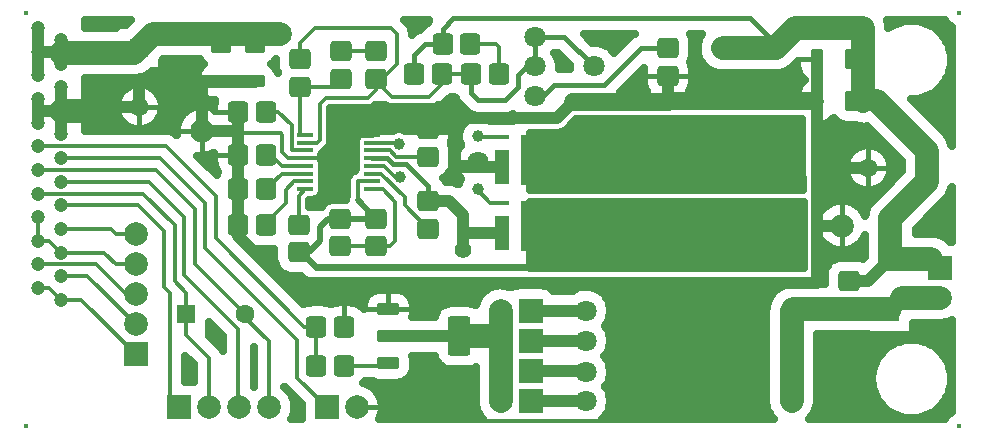
<source format=gbr>
G04 DipTrace 4.1.0.1*
G04 2 - Íèæíèé.gbr*
%MOMM*%
G04 #@! TF.FileFunction,Copper,L2,Bot*
G04 #@! TF.Part,Single*
%AMOUTLINE0*
4,1,28,
0.91,0.50068,
0.91,-0.50068,
0.89708,-0.59886,
0.85918,-0.69034,
0.7989,-0.7689,
0.72034,-0.82918,
0.62886,-0.86708,
0.53068,-0.88,
-0.53068,-0.88,
-0.62886,-0.86708,
-0.72034,-0.82918,
-0.7989,-0.7689,
-0.85918,-0.69034,
-0.89708,-0.59886,
-0.91,-0.50068,
-0.91,0.50068,
-0.89708,0.59886,
-0.85918,0.69034,
-0.7989,0.7689,
-0.72034,0.82918,
-0.62886,0.86708,
-0.53068,0.88,
0.53068,0.88,
0.62886,0.86708,
0.72034,0.82918,
0.7989,0.7689,
0.85918,0.69034,
0.89708,0.59886,
0.91,0.50068,
0*%
%AMOUTLINE1*
4,1,28,
-0.91,-0.50068,
-0.91,0.50068,
-0.89708,0.59886,
-0.85918,0.69034,
-0.7989,0.7689,
-0.72034,0.82918,
-0.62886,0.86708,
-0.53068,0.88,
0.53068,0.88,
0.62886,0.86708,
0.72034,0.82918,
0.7989,0.7689,
0.85918,0.69034,
0.89708,0.59886,
0.91,0.50068,
0.91,-0.50068,
0.89708,-0.59886,
0.85918,-0.69034,
0.7989,-0.7689,
0.72034,-0.82918,
0.62886,-0.86708,
0.53068,-0.88,
-0.53068,-0.88,
-0.62886,-0.86708,
-0.72034,-0.82918,
-0.7989,-0.7689,
-0.85918,-0.69034,
-0.89708,-0.59886,
-0.91,-0.50068,
0*%
%AMOUTLINE2*
4,1,28,
0.5007,-0.90999,
-0.50066,-0.91001,
-0.59884,-0.89709,
-0.69032,-0.8592,
-0.76888,-0.79892,
-0.82917,-0.72036,
-0.86706,-0.62888,
-0.87999,-0.5307,
-0.88001,0.53067,
-0.86709,0.62884,
-0.8292,0.72032,
-0.76892,0.79888,
-0.69036,0.85917,
-0.59888,0.89706,
-0.5007,0.90999,
0.50066,0.91001,
0.59884,0.89709,
0.69032,0.8592,
0.76888,0.79892,
0.82917,0.72036,
0.86706,0.62888,
0.87999,0.5307,
0.88001,-0.53067,
0.86709,-0.62884,
0.8292,-0.72032,
0.76892,-0.79888,
0.69036,-0.85917,
0.59888,-0.89706,
0.5007,-0.90999,
0*%
%AMOUTLINE3*
4,1,28,
-0.5007,0.90999,
0.50066,0.91001,
0.59884,0.89709,
0.69032,0.8592,
0.76888,0.79892,
0.82917,0.72036,
0.86706,0.62888,
0.87999,0.5307,
0.88001,-0.53067,
0.86709,-0.62884,
0.8292,-0.72032,
0.76892,-0.79888,
0.69036,-0.85917,
0.59888,-0.89706,
0.5007,-0.90999,
-0.50066,-0.91001,
-0.59884,-0.89709,
-0.69032,-0.8592,
-0.76888,-0.79892,
-0.82917,-0.72036,
-0.86706,-0.62888,
-0.87999,-0.5307,
-0.88001,0.53067,
-0.86709,0.62884,
-0.8292,0.72032,
-0.76892,0.79888,
-0.69036,0.85917,
-0.59888,0.89706,
-0.5007,0.90999,
0*%
%AMOUTLINE4*
4,1,28,
-0.28003,0.85999,
0.27997,0.86001,
0.34468,0.85149,
0.40498,0.82652,
0.45675,0.78679,
0.49648,0.73501,
0.52146,0.67472,
0.52998,0.61002,
0.53002,-0.60998,
0.5215,-0.67469,
0.49653,-0.73499,
0.4568,-0.78676,
0.40502,-0.82649,
0.34473,-0.85147,
0.28003,-0.85999,
-0.27997,-0.86001,
-0.34468,-0.85149,
-0.40498,-0.82652,
-0.45675,-0.78679,
-0.49648,-0.73501,
-0.52146,-0.67472,
-0.52998,-0.61002,
-0.53002,0.60998,
-0.5215,0.67469,
-0.49653,0.73499,
-0.4568,0.78676,
-0.40502,0.82649,
-0.34473,0.85147,
-0.28003,0.85999,
0*%
%AMOUTLINE5*
4,1,28,
0.28003,-0.85999,
-0.27997,-0.86001,
-0.34468,-0.85149,
-0.40498,-0.82652,
-0.45675,-0.78679,
-0.49648,-0.73501,
-0.52146,-0.67472,
-0.52998,-0.61002,
-0.53002,0.60998,
-0.5215,0.67469,
-0.49653,0.73499,
-0.4568,0.78676,
-0.40502,0.82649,
-0.34473,0.85147,
-0.28003,0.85999,
0.27997,0.86001,
0.34468,0.85149,
0.40498,0.82652,
0.45675,0.78679,
0.49648,0.73501,
0.52146,0.67472,
0.52998,0.61002,
0.53002,-0.60998,
0.5215,-0.67469,
0.49653,-0.73499,
0.4568,-0.78676,
0.40502,-0.82649,
0.34473,-0.85147,
0.28003,-0.85999,
0*%
%AMOUTLINE6*
4,1,28,
-0.85999,-0.28004,
-0.86001,0.27996,
-0.8515,0.34466,
-0.82653,0.40496,
-0.7868,0.45674,
-0.73502,0.49647,
-0.67473,0.52145,
-0.61003,0.52997,
0.60997,0.53003,
0.67468,0.52151,
0.73498,0.49654,
0.78675,0.45681,
0.82649,0.40504,
0.85146,0.34475,
0.85999,0.28004,
0.86001,-0.27996,
0.8515,-0.34466,
0.82653,-0.40496,
0.7868,-0.45674,
0.73502,-0.49647,
0.67473,-0.52145,
0.61003,-0.52997,
-0.60997,-0.53003,
-0.67468,-0.52151,
-0.73498,-0.49654,
-0.78675,-0.45681,
-0.82649,-0.40504,
-0.85146,-0.34475,
-0.85999,-0.28004,
0*%
%AMOUTLINE7*
4,1,28,
0.85999,0.28004,
0.86001,-0.27996,
0.8515,-0.34466,
0.82653,-0.40496,
0.7868,-0.45674,
0.73502,-0.49647,
0.67473,-0.52145,
0.61003,-0.52997,
-0.60997,-0.53003,
-0.67468,-0.52151,
-0.73498,-0.49654,
-0.78675,-0.45681,
-0.82649,-0.40504,
-0.85146,-0.34475,
-0.85999,-0.28004,
-0.86001,0.27996,
-0.8515,0.34466,
-0.82653,0.40496,
-0.7868,0.45674,
-0.73502,0.49647,
-0.67473,0.52145,
-0.61003,0.52997,
0.60997,0.53003,
0.67468,0.52151,
0.73498,0.49654,
0.78675,0.45681,
0.82649,0.40504,
0.85146,0.34475,
0.85999,0.28004,
0*%
%AMOUTLINE8*
4,1,28,
0.95499,0.26004,
0.95501,-0.25996,
0.94649,-0.32467,
0.92152,-0.38496,
0.88179,-0.43674,
0.83002,-0.47647,
0.76973,-0.50145,
0.70502,-0.50997,
-0.70498,-0.51003,
-0.76968,-0.50151,
-0.82998,-0.47654,
-0.88176,-0.43681,
-0.92149,-0.38504,
-0.94647,-0.32474,
-0.95499,-0.26004,
-0.95501,0.25996,
-0.94649,0.32467,
-0.92152,0.38496,
-0.88179,0.43674,
-0.83002,0.47647,
-0.76973,0.50145,
-0.70502,0.50997,
0.70498,0.51003,
0.76968,0.50151,
0.82998,0.47654,
0.88176,0.43681,
0.92149,0.38504,
0.94647,0.32474,
0.95499,0.26004,
0*%
%AMOUTLINE9*
4,1,28,
-0.95494,-1.41004,
-0.95506,1.40996,
-0.94654,1.47467,
-0.92157,1.53496,
-0.88184,1.58674,
-0.83007,1.62647,
-0.76977,1.65145,
-0.70507,1.65997,
0.70493,1.66003,
0.76964,1.65151,
0.82993,1.62654,
0.88171,1.58681,
0.92144,1.53504,
0.94642,1.47474,
0.95494,1.41004,
0.95506,-1.40996,
0.94654,-1.47467,
0.92157,-1.53496,
0.88184,-1.58674,
0.83007,-1.62647,
0.76977,-1.65145,
0.70507,-1.65997,
-0.70493,-1.66003,
-0.76964,-1.65151,
-0.82993,-1.62654,
-0.88171,-1.58681,
-0.92144,-1.53504,
-0.94642,-1.47474,
-0.95494,-1.41004,
0*%
%AMOUTLINE10*
4,1,28,
-0.50065,0.91002,
0.50072,0.90998,
0.5989,0.89705,
0.69038,0.85915,
0.76893,0.79887,
0.82921,0.72031,
0.8671,0.62882,
0.88002,0.53065,
0.87998,-0.53072,
0.86705,-0.62889,
0.82915,-0.72038,
0.76887,-0.79893,
0.69031,-0.85921,
0.59882,-0.8971,
0.50065,-0.91002,
-0.50072,-0.90998,
-0.5989,-0.89705,
-0.69038,-0.85915,
-0.76893,-0.79887,
-0.82921,-0.72031,
-0.8671,-0.62882,
-0.88002,-0.53065,
-0.87998,0.53072,
-0.86705,0.62889,
-0.82915,0.72038,
-0.76887,0.79893,
-0.69031,0.85921,
-0.59882,0.8971,
-0.50065,0.91002,
0*%
%AMOUTLINE11*
4,1,28,
0.50065,-0.91002,
-0.50072,-0.90998,
-0.5989,-0.89705,
-0.69038,-0.85915,
-0.76893,-0.79887,
-0.82921,-0.72031,
-0.8671,-0.62882,
-0.88002,-0.53065,
-0.87998,0.53072,
-0.86705,0.62889,
-0.82915,0.72038,
-0.76887,0.79893,
-0.69031,0.85921,
-0.59882,0.8971,
-0.50065,0.91002,
0.50072,0.90998,
0.5989,0.89705,
0.69038,0.85915,
0.76893,0.79887,
0.82921,0.72031,
0.8671,0.62882,
0.88002,0.53065,
0.87998,-0.53072,
0.86705,-0.62889,
0.82915,-0.72038,
0.76887,-0.79893,
0.69031,-0.85921,
0.59882,-0.8971,
0.50065,-0.91002,
0*%
%AMOUTLINE13*
4,1,28,
0.67,0.1,
0.67,-0.1,
0.66659,-0.12588,
0.6566,-0.15,
0.64071,-0.17071,
0.62,-0.1866,
0.59588,-0.19659,
0.57,-0.2,
-0.57,-0.2,
-0.59588,-0.19659,
-0.62,-0.1866,
-0.64071,-0.17071,
-0.6566,-0.15,
-0.66659,-0.12588,
-0.67,-0.1,
-0.67,0.1,
-0.66659,0.12588,
-0.6566,0.15,
-0.64071,0.17071,
-0.62,0.1866,
-0.59588,0.19659,
-0.57,0.2,
0.57,0.2,
0.59588,0.19659,
0.62,0.1866,
0.64071,0.17071,
0.6566,0.15,
0.66659,0.12588,
0.67,0.1,
0*%
%AMOUTLINE14*
4,1,28,
-0.67,-0.1,
-0.67,0.1,
-0.66659,0.12588,
-0.6566,0.15,
-0.64071,0.17071,
-0.62,0.1866,
-0.59588,0.19659,
-0.57,0.2,
0.57,0.2,
0.59588,0.19659,
0.62,0.1866,
0.64071,0.17071,
0.6566,0.15,
0.66659,0.12588,
0.67,0.1,
0.67,-0.1,
0.66659,-0.12588,
0.6566,-0.15,
0.64071,-0.17071,
0.62,-0.1866,
0.59588,-0.19659,
0.57,-0.2,
-0.57,-0.2,
-0.59588,-0.19659,
-0.62,-0.1866,
-0.64071,-0.17071,
-0.6566,-0.15,
-0.66659,-0.12588,
-0.67,-0.1,
0*%
%AMOUTLINE15*
4,1,28,
-1.25,-1.125,
-1.25,1.125,
-1.24574,1.15735,
-1.23325,1.1875,
-1.21339,1.21339,
-1.1875,1.23325,
-1.15735,1.24574,
-1.125,1.25,
1.125,1.25,
1.15735,1.24574,
1.1875,1.23325,
1.21339,1.21339,
1.23325,1.1875,
1.24574,1.15735,
1.25,1.125,
1.25,-1.125,
1.24574,-1.15735,
1.23325,-1.1875,
1.21339,-1.21339,
1.1875,-1.23325,
1.15735,-1.24574,
1.125,-1.25,
-1.125,-1.25,
-1.15735,-1.24574,
-1.1875,-1.23325,
-1.21339,-1.21339,
-1.23325,-1.1875,
-1.24574,-1.15735,
-1.25,-1.125,
0*%
%AMOUTLINE16*
4,1,4,
-0.99996,1.00004,
1.00004,0.99996,
0.99996,-1.00004,
-1.00004,-0.99996,
-0.99996,1.00004,
0*%
G04 #@! TA.AperFunction,CopperBalancing*
%ADD15C,0.4*%
G04 #@! TA.AperFunction,Conductor*
%ADD16C,2.0*%
G04 #@! TA.AperFunction,ViaPad*
%ADD17C,1.0*%
G04 #@! TA.AperFunction,Conductor*
%ADD18C,0.33*%
%ADD20C,1.06*%
%ADD21C,1.5*%
%ADD22C,0.5*%
%ADD23C,0.6*%
G04 #@! TA.AperFunction,CopperBalancing*
%ADD24C,0.635*%
G04 #@! TA.AperFunction,ComponentPad*
%ADD25R,1.6X1.6*%
%ADD26C,1.6*%
%ADD29R,1.5X2.12*%
G04 #@! TA.AperFunction,ComponentPad*
%ADD30R,2.0X2.0*%
%ADD31C,2.0*%
%ADD32C,1.2*%
%ADD33R,1.2X0.4*%
%ADD34R,4.7X4.25*%
%ADD35R,1.2X3.0*%
G04 #@! TA.AperFunction,ComponentPad*
%ADD37C,1.8*%
G04 #@! TA.AperFunction,ViaPad*
%ADD38C,1.2*%
%ADD40C,1.4*%
%ADD45OUTLINE0*%
%ADD46OUTLINE1*%
%ADD47OUTLINE2*%
%ADD48OUTLINE3*%
%ADD49OUTLINE4*%
%ADD50OUTLINE5*%
%ADD51OUTLINE6*%
%ADD52OUTLINE7*%
%ADD53OUTLINE8*%
%ADD54OUTLINE9*%
%ADD55OUTLINE10*%
%ADD56OUTLINE11*%
%ADD58OUTLINE13*%
%ADD59OUTLINE14*%
%ADD60OUTLINE15*%
G04 #@! TA.AperFunction,ComponentPad*
%ADD61OUTLINE16*%
%FSLAX35Y35*%
G04*
G71*
G90*
G75*
G01*
G04 Bottom*
%LPD*%
X3285000Y2985000D2*
D15*
Y3140000D1*
X3377820Y3232820D1*
X3530000D1*
X6983507Y3110003D2*
X7090000D1*
D16*
Y2750003D1*
D15*
X6983507D1*
D17*
X7209997D1*
D16*
X7630000Y2330000D1*
Y2187007D1*
X6350000Y3204820D2*
X6515180Y3370000D1*
X7090000D1*
Y3110003D1*
D17*
X6983507D1*
X6350000Y3204820D2*
D15*
Y3240000D1*
X6135000Y3455000D1*
X3620000D1*
X3530000Y3365000D1*
Y3232820D1*
X6967010Y1225750D2*
D17*
X7129257D1*
X7320007Y1416500D1*
D16*
X7665753D1*
D17*
X7740003Y1342250D1*
X7320007Y1416500D2*
D16*
Y1760007D1*
X7630000Y2070000D1*
Y2187007D1*
X5900000Y3200000D2*
X6345180D1*
X6350000Y3204820D1*
X99977Y2769990D2*
D17*
Y2665000D1*
X99987D1*
Y2569990D1*
X299973Y2870000D2*
Y2670000D1*
X299983D1*
Y2470007D1*
D18*
X299990Y2470000D1*
X99987Y2665000D2*
D17*
X299983D1*
D18*
Y2670000D1*
D16*
X660000D1*
D17*
X694000Y2704000D1*
X960013D1*
Y2925000D1*
X1490000D1*
Y2500000D1*
Y2925000D2*
D20*
X1650007D1*
Y2923500D1*
X1940007D1*
X1797873Y2660990D2*
D17*
Y2500000D1*
Y2481797D1*
Y2291747D1*
Y2004497D1*
Y1701747D1*
X1490000Y2500000D2*
X1797873D1*
X6698507Y3109997D2*
Y2749997D1*
X7130000Y2186993D2*
X6698507D1*
Y2749997D1*
X6910000Y1699000D2*
X6700000D1*
Y2186993D1*
X7130000D1*
X2366000Y2269250D2*
D18*
X2618500D1*
X2650000Y2237750D1*
Y2464250D1*
X2934000D1*
X2650000Y2237750D2*
D17*
Y2560000D1*
X2690000Y2600000D1*
X3324997D1*
X3407497Y2517500D1*
X3630000D1*
Y2195243D1*
X3830000D1*
X4030000D1*
X1797873Y1701747D2*
Y1612127D1*
X2195000Y1215000D1*
X3102683D1*
X5237877D1*
X6700000D1*
Y1699000D1*
X2802997Y160000D2*
D18*
X3700000D1*
X3820000Y40000D1*
X5035000D1*
X5237877Y242877D1*
Y1215000D1*
X2366000Y2269250D2*
X2220750D1*
X2170000Y2320000D1*
Y2469253D1*
X2157457Y2481797D1*
X1797873D1*
X3069990Y990987D2*
Y1182307D1*
X3102683Y1215000D1*
X2695990Y843260D2*
Y1220000D1*
X3069990D1*
Y990987D1*
X5436003Y2966500D2*
D17*
Y2745000D1*
D21*
X4636000D1*
D17*
X4498000Y2607000D1*
X3719500D1*
X3630000Y2517500D1*
X5436003Y2966500D2*
Y2749997D1*
D21*
X6640510D1*
D20*
X6698507D1*
X3830000Y2235000D2*
D17*
Y2195243D1*
X99950Y3369990D2*
X99960Y3169990D1*
Y2970000D1*
D18*
X99970Y2969990D1*
X299957Y3270000D2*
Y3169990D1*
Y3099990D1*
X299963D1*
Y3070000D1*
X99960Y3169990D2*
D17*
X299957D1*
X299963Y3099990D2*
D15*
Y3160000D1*
D16*
X915987D1*
X959987Y3204000D1*
X1075987Y3320000D1*
X1668857D1*
X1926450D1*
X2150000D1*
X4850000Y1750000D2*
X4420000D1*
Y1709003D1*
X4430000Y1699003D1*
X2308900Y1472500D2*
D18*
X2397500D1*
D22*
X2490000Y1565000D1*
Y1687497D1*
X2560003Y1757500D1*
X2660500D1*
X2966000D1*
D18*
D3*
X2934000Y2074250D2*
X2810000D1*
Y1913500D1*
D22*
X2966000Y1757500D1*
X2308900Y1472500D2*
D18*
X2332467D1*
D23*
X2454967Y1350000D1*
X4305033D1*
X4430000Y1474967D1*
Y1699003D1*
X1668857Y3320000D2*
D18*
Y3227363D1*
X1649993Y3208500D1*
X1926450Y3320000D2*
Y3222043D1*
X1939993Y3208500D1*
X3765000Y3232820D2*
X3983827D1*
X4003003Y3213643D1*
Y2983003D1*
X2366000Y2334250D2*
X2250000D1*
Y2550000D1*
X2139003Y2660997D1*
X2032873D1*
X4021500Y978257D2*
D16*
Y723257D1*
Y468257D1*
Y213257D1*
X3070000Y760987D2*
D17*
X3671000D1*
Y761013D1*
D16*
X4021500D1*
Y978257D1*
X2032873Y2291753D2*
D18*
X2078247D1*
X2165750Y2204250D1*
X2366000D1*
X2032873Y2004503D2*
X2167620Y2139250D1*
X2366000D1*
Y2074250D2*
X2274250D1*
X2200000Y2000000D1*
Y1890000D1*
X2032873Y1722873D1*
Y1701753D1*
X2668500Y3177500D2*
X2966000D1*
Y2942500D2*
Y2850003D1*
X2895997Y2780000D1*
X2540000D1*
X2490000Y2730000D1*
Y2420000D1*
X2469250Y2399250D1*
X2366000D1*
X3520000Y2985000D2*
X3766000D1*
X3768003Y2982997D1*
X2966000Y2942500D2*
Y2924000D1*
X3100000Y2790000D1*
X3414997D1*
X3520000Y2895003D1*
Y2985000D1*
X2324000Y3107500D2*
Y3244000D1*
X2450000Y3370000D1*
X3090000D1*
X3140000Y3320000D1*
Y3070003D1*
X3012497Y2942500D1*
X2966000D1*
X4309990Y3295990D2*
D15*
X4560020D1*
X4810000Y3046013D1*
X4310000Y3046000D2*
Y3295990D1*
X4309990D1*
X4310000Y3046000D2*
X4246000D1*
X4170000Y2970000D1*
Y2870000D1*
X4060000Y2760000D1*
X3830000D1*
X3768003Y2821997D1*
Y2982997D1*
X2324000Y2872500D2*
D18*
X2668500D1*
Y2942500D1*
X2324000Y2872500D2*
Y2464250D1*
X2366000D1*
X3825000Y2005000D2*
Y2000000D1*
X3933503Y1891497D1*
X4029997D1*
X2934000Y2204250D2*
X3035750D1*
X3130000Y2110000D1*
X3170000D1*
X3830000Y2455000D2*
X3835000D1*
Y2450243D1*
X4029997D1*
X2934000Y2399250D2*
X3150750D1*
X3160000Y2390000D1*
X2934000Y2269250D2*
D15*
X3060750D1*
X3110000Y2220000D1*
X3220000D1*
X3407500Y2032500D1*
Y1907500D1*
X4850000Y2215000D2*
D17*
X4665000D1*
X4622250Y2257750D1*
X4430000D1*
X3407500Y1920000D2*
Y1907500D1*
X4030000Y1636497D2*
X3700000D1*
Y1495000D1*
X3407500Y1907500D2*
X3582500D1*
X3700000Y1790000D1*
Y1636497D1*
X2934000Y2139250D2*
D18*
X3010750D1*
X3210000Y1940000D1*
Y1870000D1*
X3407500Y1672500D1*
X2934000Y2334250D2*
X3085750D1*
X3137500Y2282500D1*
X3407503D1*
X6483250Y978290D2*
D16*
Y723290D1*
Y458290D1*
Y213290D1*
X6967003Y990750D2*
X7319997D1*
Y993500D1*
X7739997Y1088250D2*
X7414747D1*
D17*
X7319997Y993500D1*
X6967003Y990750D2*
D16*
X6495710D1*
D17*
X6483250Y978290D1*
X2308900Y1707500D2*
D18*
Y1952150D1*
X2366000Y2009250D1*
X2660500Y1522500D2*
X2966000D1*
X2934000Y2009250D2*
X3020750D1*
X3130000Y1900000D1*
Y1565000D1*
X3087500Y1522500D1*
X2966000D1*
X2690493Y512257D2*
X3051277D1*
X3070010Y530987D1*
X4310010Y2795990D2*
D15*
X4382990D1*
X4474000Y2887000D1*
X4897000D1*
X5211500Y3201500D1*
X5435997D1*
X300000Y2270000D2*
D18*
X1140000D1*
X1520000Y1890000D1*
Y1510000D1*
X2300000Y730000D1*
Y408983D1*
X2548997Y159987D1*
X2460990Y843267D2*
Y517740D1*
X2455493Y512243D1*
X99997Y2369990D2*
X1190010D1*
X1610000Y1950000D1*
Y1590000D1*
X2356733Y843267D1*
X2460990D1*
X4275500Y978243D2*
D17*
X4743250D1*
Y978210D1*
X4275500Y723243D2*
X4743250D1*
Y723210D1*
X4275500Y468243D2*
X4733213D1*
X4743250Y458210D1*
X4275500Y213243D2*
X4743250D1*
Y213210D1*
X100047Y1169990D2*
D18*
X200060D1*
X300053Y1070000D1*
X467997D1*
X930000Y607993D1*
X100020Y1769990D2*
Y1570000D1*
X100030Y1569990D1*
X200043D1*
X300033Y1470000D1*
X664997D1*
X765003Y1369993D1*
X929960D1*
X929947Y1623993D2*
X766007D1*
X720000Y1670000D1*
X300027D1*
X100040Y1369990D2*
X590010D1*
X844007Y1115993D1*
X929973D1*
X300043Y1270000D2*
X521983D1*
X929987Y861993D1*
X300017Y1870000D2*
X950000D1*
X1170000Y1650000D1*
Y1180000D1*
X1220000Y1130000D1*
Y237973D1*
X1298000Y159973D1*
X100003Y2169990D2*
X1100010D1*
X1430000Y1840000D1*
Y1370000D1*
X1851737Y948263D1*
X1860000D1*
Y920000D1*
X2060000Y720000D1*
Y160013D1*
X100013Y1969990D2*
X990010D1*
X1260000Y1700000D1*
Y1230000D1*
X1360000Y1130000D1*
Y948237D1*
Y770000D1*
X1552000Y578000D1*
Y159987D1*
X300007Y2070000D2*
X1040000D1*
X1340000Y1770000D1*
Y1280000D1*
X1800000Y820000D1*
Y160000D1*
X1806000D1*
D38*
X4850000Y2215000D3*
D17*
X3160000Y2390000D3*
X3170000Y2110000D3*
X3825000Y2005000D3*
X3830000Y2455000D3*
D38*
X4850000Y1750000D3*
D40*
X3700000Y1495000D3*
D38*
X5900000Y3200000D3*
D15*
X0Y0D3*
Y3500000D3*
X7900000D3*
Y0D3*
D37*
X4310000Y3046000D3*
X3830000Y2235000D3*
X4633227Y2561917D2*
D24*
X6568130D1*
X4562817Y2498750D2*
X6568130D1*
X4278123Y2435583D2*
X6568130D1*
X4278123Y2372417D2*
X6568130D1*
X4278123Y2309250D2*
X6568130D1*
X4278123Y2246083D2*
X6568130D1*
X4278123Y2182917D2*
X6568130D1*
X4278123Y2119750D2*
X6568130D1*
X4278123Y2056583D2*
X6570637D1*
X4585033Y2520057D2*
X4661957Y2596980D1*
X6574480Y2596987D1*
Y2121993D1*
X6575187Y2108850D1*
X6576980Y2097313D1*
X6576960Y2001750D1*
X4271750Y2001737D1*
X4271733Y2483980D1*
X4498000D1*
X4511120Y2484680D1*
X4533947Y2489350D1*
X4555483Y2498237D1*
X4574977Y2511040D1*
X4585033Y2520057D1*
X4278123Y1835083D2*
X6580617D1*
X4278123Y1771917D2*
X6580617D1*
X4278123Y1708750D2*
X6580617D1*
X4278123Y1645583D2*
X6580617D1*
X4278123Y1582417D2*
X6580617D1*
X4278123Y1519250D2*
X6580617D1*
X4278123Y1456083D2*
X6580617D1*
X4278123Y1392917D2*
X6580617D1*
X6586980Y1699113D2*
Y1898250D1*
X4271753D1*
X4271750Y1341727D1*
X4473430Y1341750D1*
X6586990D1*
X6586980Y1698947D1*
X2585877Y2655083D2*
X3611920D1*
X2585877Y2591917D2*
X3611920D1*
X2585877Y2528750D2*
X3611920D1*
X2585877Y2465583D2*
X2809653D1*
X2584143Y2402417D2*
X2787643D1*
X2542217Y2339250D2*
X2787643D1*
X2496963Y2276083D2*
X2787643D1*
X2512367Y2212917D2*
X2787643D1*
X2512367Y2149750D2*
X2755560D1*
X2512323Y2086583D2*
X2715000D1*
X2512277Y2023417D2*
X2714133D1*
X2502660Y1960250D2*
X2714133D1*
X2404770Y1897083D2*
X2535533D1*
X2794087Y2320080D2*
X2793980Y2324250D1*
Y2344200D1*
X2794540Y2353843D1*
X2795113Y2375593D1*
X2793980Y2389337D1*
Y2409200D1*
X2794533Y2418820D1*
X2800423Y2441320D1*
X2812323Y2461300D1*
X2829297Y2477197D1*
X2850017Y2487763D1*
X2872853Y2492167D1*
X2877000Y2492270D1*
X2917350D1*
X2923810Y2497313D1*
X2939467Y2501740D1*
X3109140Y2501747D1*
X3128343Y2508877D1*
X3151413Y2512720D1*
X3174793Y2512127D1*
X3197640Y2507120D1*
X3210123Y2501750D1*
X3618253D1*
X3618250Y2718260D1*
X3493523Y2718250D1*
X3484847Y2712523D1*
X3463367Y2703583D1*
X3440283Y2700483D1*
X3100000Y2700480D1*
X3076930Y2703503D1*
X3055400Y2712383D1*
X3043650Y2718250D1*
X2960867D1*
X2959337Y2716740D1*
X2941647Y2702993D1*
X2920260Y2693830D1*
X2897233Y2690490D1*
X2579507Y2690480D1*
X2579520Y2420053D1*
X2576730Y2397827D1*
X2568087Y2376223D1*
X2554167Y2357580D1*
X2532580Y2335980D1*
X2514877Y2322233D1*
X2505467Y2314680D1*
X2499577Y2292180D1*
X2487660Y2272183D1*
X2497880Y2250103D1*
X2504887Y2227907D1*
X2506020Y2214163D1*
Y2194300D1*
X2505460Y2184657D1*
X2504887Y2162907D1*
X2506020Y2149163D1*
Y2129300D1*
X2505460Y2119657D1*
X2506020Y2084250D1*
Y2064300D1*
X2505460Y2054657D1*
X2504887Y2032907D1*
X2506020Y2019163D1*
Y1999300D1*
X2505467Y1989680D1*
X2499577Y1967180D1*
X2487677Y1947200D1*
X2470703Y1931303D1*
X2449983Y1920737D1*
X2427147Y1916333D1*
X2423000Y1916230D1*
X2399603D1*
X2398413Y1915063D1*
X2398420Y1851733D1*
X2505653Y1851750D1*
X2511827Y1863870D1*
X2525687Y1882590D1*
X2543147Y1898000D1*
X2563443Y1909427D1*
X2585677Y1916367D1*
X2607430Y1918520D1*
X2712110D1*
X2713340Y1929773D1*
X2719903Y1952107D1*
X2720483Y1953110D1*
X2720480Y2074250D1*
X2723503Y2097320D1*
X2732370Y2118830D1*
X2746480Y2137330D1*
X2764883Y2151570D1*
X2786357Y2160590D1*
X2795113Y2180593D1*
X2793980Y2194337D1*
Y2214200D1*
X2794540Y2223843D1*
X2795113Y2245593D1*
X2793980Y2259337D1*
Y2279200D1*
X2794540Y2288843D1*
X507817Y3375083D2*
X760623D1*
X3263567D2*
X3351810D1*
X7693573D2*
X7831900D1*
X4738580Y3311917D2*
X5130977D1*
X5633767D2*
X5712397D1*
X7762890D2*
X7831900D1*
X4827037Y3248750D2*
X5064303D1*
X5646347D2*
X5686283D1*
X7803997D2*
X7831900D1*
X4963800Y3185583D2*
X5001093D1*
X5646347D2*
X5681133D1*
X4504423Y3122417D2*
X4539120D1*
X5643567D2*
X5695260D1*
X1159373Y3059250D2*
X1496400D1*
X2093617D2*
X2113640D1*
X4518917D2*
X4601053D1*
X5640193D2*
X5733770D1*
X1058383Y2996083D2*
X1452057D1*
X5200550D2*
X5225630D1*
X5646390D2*
X5832023D1*
X6413157D2*
X6536673D1*
X506403Y2932917D2*
X1444630D1*
X5137387D2*
X5225630D1*
X5646390D2*
X6589493D1*
X7794107D2*
X7831900D1*
X506223Y2869750D2*
X854733D1*
X1065263D2*
X1447043D1*
X5074223D2*
X5233013D1*
X5638963D2*
X6539270D1*
X7746573D2*
X7831900D1*
X505993Y2806583D2*
X790157D1*
X1129887D2*
X1477077D1*
X7663267D2*
X7831900D1*
X505810Y2743417D2*
X764727D1*
X1155317D2*
X1593380D1*
X3557920D2*
X3654323D1*
X7524177D2*
X7831900D1*
X505630Y2680250D2*
X762130D1*
X1157913D2*
X1370117D1*
X2984977D2*
X3024870D1*
X3567353D2*
X3715300D1*
X7587340D2*
X7831900D1*
X505400Y2617083D2*
X781313D1*
X1138683D2*
X1305677D1*
X2625863D2*
X3205473D1*
X3609510D2*
X3806217D1*
X3853780D2*
X4120623D1*
X7650507D2*
X7831900D1*
X505220Y2553917D2*
X832267D1*
X1087733D2*
X1277557D1*
X2625863D2*
X2776907D1*
X3091073D2*
X3197137D1*
X3617850D2*
X3694063D1*
X6761197D2*
X6920853D1*
X7713670D2*
X7831900D1*
X1243180Y2490750D2*
X1270813D1*
X2625863D2*
X2748743D1*
X3617850D2*
X3664577D1*
X6744380D2*
X7161660D1*
X7776833D2*
X7831900D1*
X3612517Y2427583D2*
X3662937D1*
X6744380D2*
X7224823D1*
X3614477Y2364417D2*
X3667220D1*
X6744380D2*
X7047637D1*
X7212367D2*
X7287987D1*
X6744380Y2301250D2*
X6968067D1*
X7291937D2*
X7351153D1*
X1511423Y2238083D2*
X1590507D1*
X6744380D2*
X6937533D1*
X7322473D2*
X7410623D1*
X1574587Y2174917D2*
X1604637D1*
X3606503D2*
X3629713D1*
X6744380D2*
X6931017D1*
X7328990D2*
X7410623D1*
X3557603Y2111750D2*
X3662343D1*
X6744380D2*
X6945917D1*
X7314087D2*
X7364140D1*
X6744380Y2048583D2*
X6989120D1*
X7270883D2*
X7300977D1*
X2551580Y1985417D2*
X2674140D1*
X6744380D2*
X7237813D1*
X6749393Y1922250D2*
X7174647D1*
X7789823D2*
X7831900D1*
X7056873Y1859083D2*
X7125063D1*
X7726703D2*
X7831900D1*
X7663540Y1795917D2*
X7831900D1*
X7600377Y1732750D2*
X7831900D1*
X7539400Y1669583D2*
X7831900D1*
X7768587Y1606417D2*
X7831900D1*
X7061657Y1543250D2*
X7100637D1*
X1909457Y1480083D2*
X2098510D1*
X6749393D2*
X7100637D1*
X1972620Y1416917D2*
X2098647D1*
X6749393D2*
X6853950D1*
X2035787Y1353750D2*
X2115053D1*
X6749393D2*
X6778300D1*
X2098950Y1290583D2*
X2175983D1*
X2162113Y1227417D2*
X2374953D1*
X6713527D2*
X6756653D1*
X2225277Y1164250D2*
X3911307D1*
X4455160D2*
X4655607D1*
X4830863D2*
X6365773D1*
X2288443Y1101083D2*
X2883683D1*
X3256273D2*
X3841127D1*
X4911210D2*
X6302837D1*
X2804737Y1037917D2*
X2856707D1*
X3283253D2*
X3570103D1*
X3771930D2*
X3810637D1*
X4943657D2*
X6272397D1*
X3284847Y974750D2*
X3476860D1*
X4952590D2*
X6263873D1*
X4941377Y911583D2*
X6263873D1*
X1559367Y848417D2*
X1582077D1*
X4909430D2*
X6263873D1*
X7514380D2*
X7831900D1*
X1559367Y785250D2*
X1645240D1*
X4942927D2*
X6263873D1*
X7514380D2*
X7831900D1*
X1597420Y722083D2*
X1664107D1*
X4952633D2*
X6263873D1*
X6702633D2*
X7410077D1*
X7589940D2*
X7831900D1*
X4942153Y658917D2*
X6263873D1*
X6702633D2*
X7284660D1*
X7715357D2*
X7831900D1*
X3279333Y595750D2*
X3458267D1*
X4907610D2*
X6263873D1*
X6702633D2*
X7224550D1*
X7775420D2*
X7831900D1*
X1355883Y532583D2*
X1407897D1*
X3284893D2*
X3487343D1*
X4938507D2*
X6263873D1*
X6702633D2*
X7188457D1*
X7811560D2*
X7831900D1*
X1355883Y469417D2*
X1416147D1*
X3280200D2*
X3802117D1*
X4952317D2*
X6263873D1*
X6702633D2*
X7168223D1*
X1355883Y406250D2*
X1416147D1*
X3243287D2*
X3802117D1*
X4945843D2*
X6263873D1*
X6702633D2*
X7160977D1*
X2918260Y343083D2*
X3802117D1*
X4916813D2*
X6263873D1*
X6702633D2*
X7165807D1*
X2985390Y279917D2*
X3802117D1*
X4941333D2*
X6263873D1*
X6702633D2*
X7183307D1*
X2271670Y216750D2*
X2302720D1*
X3014647D2*
X3802117D1*
X4952590D2*
X6263873D1*
X6702633D2*
X7215890D1*
X7784080D2*
X7831900D1*
X2279280Y153583D2*
X2329610D1*
X3022257D2*
X3810637D1*
X4943657D2*
X6272440D1*
X6694067D2*
X7270033D1*
X7729940D2*
X7831900D1*
X2267660Y90417D2*
X2329610D1*
X3010680D2*
X3841127D1*
X4911253D2*
X6302883D1*
X6663623D2*
X7371660D1*
X7628357D2*
X7796080D1*
X1614623Y2128623D2*
X1618463Y2135397D1*
X1622647Y2141960D1*
X1614623Y2128623D1*
X2133850Y2988940D2*
X2131530Y2996370D1*
X2128797Y3003650D1*
X2125657Y3010763D1*
X2122120Y3017690D1*
X2118200Y3024407D1*
X2113907Y3030893D1*
X2109257Y3037127D1*
X2104263Y3043087D1*
X2098940Y3048757D1*
X2093307Y3054120D1*
X2087380Y3059153D1*
X2081180Y3063847D1*
X2079583Y3067043D1*
X2097553Y3081883D1*
X2112770Y3099533D1*
X2117790Y3106980D1*
X2119980Y3106960D1*
X2120027Y3053650D1*
X2122410Y3030463D1*
X2128340Y3007897D1*
X2133850Y2988940D1*
X790303Y3397020D2*
X851757D1*
X892967Y3438233D1*
X501630Y3438250D1*
X501443Y3373013D1*
X766967Y3373020D1*
X766970Y3373033D2*
Y3397020D1*
X790303D1*
X1152877Y2696223D2*
X1152407Y2688463D1*
X1151623Y2680730D1*
X1150533Y2673033D1*
X1149130Y2665387D1*
X1147423Y2657803D1*
X1145410Y2650297D1*
X1143097Y2642873D1*
X1140487Y2635550D1*
X1137583Y2628340D1*
X1134393Y2621250D1*
X1130920Y2614297D1*
X1127170Y2607487D1*
X1123150Y2600833D1*
X1118863Y2594350D1*
X1114317Y2588043D1*
X1109523Y2581923D1*
X1104487Y2576000D1*
X1099217Y2570287D1*
X1093720Y2564790D1*
X1088007Y2559520D1*
X1082083Y2554483D1*
X1075963Y2549690D1*
X1069657Y2545147D1*
X1063170Y2540860D1*
X1056520Y2536837D1*
X1049710Y2533087D1*
X1042753Y2529613D1*
X1035667Y2526423D1*
X1028453Y2523523D1*
X1021133Y2520913D1*
X1013710Y2518600D1*
X1006200Y2516587D1*
X998617Y2514880D1*
X990970Y2513480D1*
X983273Y2512387D1*
X975540Y2511607D1*
X967780Y2511137D1*
X960010Y2510980D1*
X952237Y2511137D1*
X944477Y2511607D1*
X936743Y2512387D1*
X929047Y2513480D1*
X921400Y2514880D1*
X913817Y2516590D1*
X906307Y2518603D1*
X898887Y2520913D1*
X891563Y2523523D1*
X884350Y2526427D1*
X877263Y2529617D1*
X870307Y2533090D1*
X863500Y2536840D1*
X856847Y2540863D1*
X850360Y2545150D1*
X844053Y2549693D1*
X837933Y2554487D1*
X832013Y2559523D1*
X826300Y2564797D1*
X820803Y2570293D1*
X815533Y2576007D1*
X810497Y2581927D1*
X805700Y2588047D1*
X801157Y2594357D1*
X796870Y2600840D1*
X792850Y2607493D1*
X789100Y2614303D1*
X785627Y2621257D1*
X782437Y2628347D1*
X779533Y2635557D1*
X776923Y2642880D1*
X774613Y2650303D1*
X772600Y2657810D1*
X770893Y2665393D1*
X769490Y2673040D1*
X768400Y2680737D1*
X767617Y2688473D1*
X767150Y2696230D1*
X766993Y2704003D1*
X767150Y2711777D1*
X767617Y2719537D1*
X768400Y2727270D1*
X769493Y2734967D1*
X770893Y2742613D1*
X772600Y2750197D1*
X774613Y2757703D1*
X776927Y2765127D1*
X779537Y2772450D1*
X782440Y2779660D1*
X785630Y2786750D1*
X789103Y2793703D1*
X792853Y2800513D1*
X796877Y2807167D1*
X801160Y2813650D1*
X805707Y2819957D1*
X810500Y2826077D1*
X815537Y2832000D1*
X820807Y2837713D1*
X826303Y2843210D1*
X832020Y2848480D1*
X837940Y2853517D1*
X844060Y2858310D1*
X850367Y2862853D1*
X856853Y2867140D1*
X863507Y2871163D1*
X870313Y2874913D1*
X877270Y2878387D1*
X884357Y2881577D1*
X891570Y2884477D1*
X898893Y2887087D1*
X906313Y2889400D1*
X913823Y2891413D1*
X921407Y2893120D1*
X929053Y2894520D1*
X936750Y2895613D1*
X944483Y2896393D1*
X952243Y2896863D1*
X960017Y2897020D1*
X967787Y2896863D1*
X975547Y2896393D1*
X983280Y2895613D1*
X990977Y2894520D1*
X998623Y2893120D1*
X1006207Y2891410D1*
X1013717Y2889397D1*
X1021140Y2887087D1*
X1028460Y2884477D1*
X1035673Y2881573D1*
X1042760Y2878383D1*
X1049717Y2874910D1*
X1056527Y2871160D1*
X1063177Y2867137D1*
X1069663Y2862850D1*
X1075970Y2858307D1*
X1082090Y2853513D1*
X1088010Y2848477D1*
X1093723Y2843203D1*
X1099220Y2837707D1*
X1104493Y2831993D1*
X1109530Y2826073D1*
X1114323Y2819953D1*
X1118867Y2813643D1*
X1123153Y2807160D1*
X1127173Y2800507D1*
X1130923Y2793697D1*
X1134397Y2786743D1*
X1137587Y2779653D1*
X1140490Y2772443D1*
X1143100Y2765120D1*
X1145413Y2757697D1*
X1147423Y2750190D1*
X1149133Y2742607D1*
X1150533Y2734960D1*
X1151627Y2727263D1*
X1152407Y2719527D1*
X1152877Y2711770D1*
X1153033Y2704000D1*
X1152877Y2696223D1*
X7322863Y2179217D2*
X7322393Y2171457D1*
X7321613Y2163723D1*
X7320520Y2156027D1*
X7319120Y2148380D1*
X7317410Y2140797D1*
X7315397Y2133287D1*
X7313087Y2125867D1*
X7310477Y2118543D1*
X7307573Y2111333D1*
X7304383Y2104243D1*
X7300910Y2097290D1*
X7297160Y2090480D1*
X7293137Y2083827D1*
X7288850Y2077343D1*
X7284307Y2071033D1*
X7279513Y2064917D1*
X7274477Y2058993D1*
X7269203Y2053280D1*
X7263707Y2047783D1*
X7257993Y2042513D1*
X7252073Y2037477D1*
X7245953Y2032683D1*
X7239643Y2028137D1*
X7233160Y2023853D1*
X7226507Y2019830D1*
X7219697Y2016080D1*
X7212743Y2012607D1*
X7205653Y2009417D1*
X7198443Y2006513D1*
X7191120Y2003907D1*
X7183697Y2001593D1*
X7176190Y1999580D1*
X7168607Y1997873D1*
X7160960Y1996470D1*
X7153263Y1995380D1*
X7145527Y1994597D1*
X7137770Y1994130D1*
X7129997Y1993973D1*
X7122223Y1994130D1*
X7114463Y1994600D1*
X7106730Y1995380D1*
X7099033Y1996473D1*
X7091387Y1997873D1*
X7083803Y1999583D1*
X7076297Y2001593D1*
X7068873Y2003907D1*
X7061550Y2006517D1*
X7054340Y2009420D1*
X7047250Y2012610D1*
X7040297Y2016083D1*
X7033487Y2019833D1*
X7026833Y2023857D1*
X7020350Y2028143D1*
X7014043Y2032687D1*
X7007923Y2037480D1*
X7002000Y2042517D1*
X6996287Y2047790D1*
X6990790Y2053287D1*
X6985520Y2059000D1*
X6980483Y2064920D1*
X6975690Y2071040D1*
X6971147Y2077347D1*
X6966860Y2083833D1*
X6962837Y2090487D1*
X6959087Y2097293D1*
X6955613Y2104250D1*
X6952423Y2111340D1*
X6949523Y2118550D1*
X6946913Y2125873D1*
X6944600Y2133293D1*
X6942587Y2140803D1*
X6940880Y2148387D1*
X6939480Y2156033D1*
X6938387Y2163730D1*
X6937607Y2171463D1*
X6937137Y2179223D1*
X6936980Y2186997D1*
X6937137Y2194767D1*
X6937607Y2202527D1*
X6938387Y2210263D1*
X6939480Y2217960D1*
X6940880Y2225607D1*
X6942590Y2233190D1*
X6944603Y2240697D1*
X6946913Y2248120D1*
X6949523Y2255443D1*
X6952427Y2262653D1*
X6955617Y2269743D1*
X6959090Y2276697D1*
X6962840Y2283507D1*
X6966863Y2290157D1*
X6971150Y2296643D1*
X6975693Y2302950D1*
X6980487Y2309070D1*
X6985523Y2314990D1*
X6990797Y2320703D1*
X6996293Y2326200D1*
X7002007Y2331473D1*
X7007927Y2336510D1*
X7014047Y2341303D1*
X7020357Y2345847D1*
X7026840Y2350133D1*
X7033493Y2354153D1*
X7040303Y2357907D1*
X7047257Y2361377D1*
X7054347Y2364570D1*
X7061557Y2367470D1*
X7068880Y2370080D1*
X7076303Y2372393D1*
X7083810Y2374403D1*
X7091393Y2376113D1*
X7099040Y2377513D1*
X7106737Y2378607D1*
X7114473Y2379387D1*
X7122230Y2379857D1*
X7130003Y2380013D1*
X7137777Y2379857D1*
X7145537Y2379387D1*
X7153270Y2378603D1*
X7160967Y2377513D1*
X7168613Y2376110D1*
X7176197Y2374403D1*
X7183703Y2372390D1*
X7191127Y2370077D1*
X7198450Y2367467D1*
X7205660Y2364567D1*
X7212750Y2361377D1*
X7219703Y2357903D1*
X7226513Y2354150D1*
X7233167Y2350130D1*
X7239650Y2345843D1*
X7245957Y2341300D1*
X7252077Y2336503D1*
X7258000Y2331467D1*
X7263713Y2326197D1*
X7269210Y2320700D1*
X7274480Y2314987D1*
X7279517Y2309063D1*
X7284310Y2302947D1*
X7288853Y2296637D1*
X7293140Y2290153D1*
X7297163Y2283500D1*
X7300913Y2276690D1*
X7304387Y2269737D1*
X7307577Y2262647D1*
X7310477Y2255437D1*
X7313087Y2248113D1*
X7315400Y2240690D1*
X7317413Y2233183D1*
X7319120Y2225597D1*
X7320520Y2217953D1*
X7321613Y2210257D1*
X7322393Y2202520D1*
X7322863Y2194760D1*
X7323020Y2186993D1*
X7322863Y2179217D1*
X5640017Y3151510D2*
Y3251573D1*
X5639827Y3259133D1*
X5636863Y3282253D1*
X5630377Y3304643D1*
X5622600Y3321980D1*
X5725483Y3321970D1*
X5714127Y3304063D1*
X5703867Y3283120D1*
X5695953Y3261180D1*
X5690490Y3238510D1*
X5687537Y3215373D1*
X5687127Y3192057D1*
X5689273Y3168833D1*
X5693943Y3145983D1*
X5701080Y3123783D1*
X5710607Y3102493D1*
X5722400Y3082373D1*
X5736323Y3063663D1*
X5752207Y3046590D1*
X5769863Y3031353D1*
X5789080Y3018137D1*
X5809623Y3007100D1*
X5831253Y2998377D1*
X5853707Y2992070D1*
X5876713Y2988257D1*
X5900000Y2986980D1*
X6349153Y2987017D1*
X6372410Y2988727D1*
X6395343Y2992970D1*
X6417673Y2999693D1*
X6439137Y3008820D1*
X6459473Y3020237D1*
X6478440Y3033810D1*
X6495807Y3049373D1*
X6532487Y3086050D1*
Y3048990D1*
X6532610Y3043167D1*
X6533160Y3035410D1*
X6534140Y3027697D1*
X6535557Y3020047D1*
X6537403Y3012493D1*
X6539670Y3005053D1*
X6542353Y2997757D1*
X6545440Y2990617D1*
X6548927Y2983667D1*
X6552800Y2976923D1*
X6557047Y2970407D1*
X6561653Y2964143D1*
X6566603Y2958147D1*
X6571887Y2952437D1*
X6577480Y2947037D1*
X6583373Y2941960D1*
X6589540Y2937220D1*
X6595963Y2932837D1*
X6598433Y2928703D1*
X6591917Y2924457D1*
X6585653Y2919850D1*
X6579657Y2914900D1*
X6573947Y2909617D1*
X6568547Y2904023D1*
X6563470Y2898133D1*
X6558730Y2891967D1*
X6554347Y2885540D1*
X6550333Y2878880D1*
X6546700Y2872003D1*
X6543460Y2864933D1*
X6540627Y2857693D1*
X6538200Y2850303D1*
X6536197Y2842790D1*
X6534617Y2835167D1*
X6534257Y2833020D1*
X5614870D1*
X5618413Y2838603D1*
X5622250Y2845367D1*
X5625733Y2852320D1*
X5628853Y2859443D1*
X5631603Y2866720D1*
X5633973Y2874127D1*
X5635960Y2881643D1*
X5637557Y2889257D1*
X5638760Y2896940D1*
X5639567Y2904673D1*
X5639973Y2912447D1*
X5640023Y2923867D1*
X5639973Y3020353D1*
X5639580Y3028120D1*
X5638783Y3035857D1*
X5637593Y3043543D1*
X5636007Y3051157D1*
X5634030Y3058677D1*
X5631670Y3066087D1*
X5628930Y3073367D1*
X5625817Y3080500D1*
X5625727Y3087320D1*
X5633967Y3109127D1*
X5638757Y3131960D1*
X5640017Y3151510D1*
X1472170Y3106980D2*
X1164213Y3106970D1*
X1153010Y3095760D1*
Y3010980D1*
X1068220D1*
X1066613Y3009373D1*
X1049247Y2993810D1*
X1030280Y2980237D1*
X1009943Y2968820D1*
X988480Y2959697D1*
X966150Y2952970D1*
X943217Y2948727D1*
X919937Y2947017D1*
X798960Y2946980D1*
X500117D1*
X498690Y2499523D1*
X1189960Y2499510D1*
X1211403Y2497730D1*
X1233947Y2491830D1*
X1255067Y2481987D1*
X1274087Y2468510D1*
X1280263Y2462887D1*
X1279250Y2468980D1*
X1278260Y2476697D1*
X1277550Y2484447D1*
X1277123Y2492217D1*
X1276980Y2499997D1*
X1277123Y2507777D1*
X1277547Y2515547D1*
X1278257Y2523293D1*
X1279250Y2531013D1*
X1280523Y2538690D1*
X1282077Y2546313D1*
X1283907Y2553877D1*
X1286010Y2561367D1*
X1288387Y2568777D1*
X1291033Y2576093D1*
X1293947Y2583310D1*
X1297120Y2590413D1*
X1300550Y2597397D1*
X1304233Y2604253D1*
X1308167Y2610967D1*
X1312340Y2617533D1*
X1316750Y2623943D1*
X1321393Y2630190D1*
X1326260Y2636260D1*
X1331347Y2642150D1*
X1336643Y2647850D1*
X1342147Y2653350D1*
X1347843Y2658650D1*
X1353733Y2663733D1*
X1359803Y2668603D1*
X1366050Y2673243D1*
X1372460Y2677657D1*
X1379027Y2681830D1*
X1385740Y2685763D1*
X1392593Y2689447D1*
X1399580Y2692877D1*
X1406683Y2696050D1*
X1413900Y2698963D1*
X1421217Y2701610D1*
X1428627Y2703987D1*
X1436117Y2706093D1*
X1443680Y2707923D1*
X1451303Y2709477D1*
X1458980Y2710750D1*
X1466697Y2711740D1*
X1474447Y2712450D1*
X1482217Y2712877D1*
X1489997Y2713020D1*
X1497777Y2712877D1*
X1505547Y2712453D1*
X1513293Y2711743D1*
X1521013Y2710750D1*
X1528690Y2709477D1*
X1536313Y2707923D1*
X1543877Y2706093D1*
X1551367Y2703990D1*
X1558777Y2701613D1*
X1566093Y2698967D1*
X1573310Y2696053D1*
X1580413Y2692880D1*
X1587397Y2689450D1*
X1594253Y2685767D1*
X1596853Y2684277D1*
X1596903Y2718050D1*
X1597310Y2725817D1*
X1598117Y2733553D1*
X1599320Y2741237D1*
X1600917Y2748847D1*
X1602903Y2756373D1*
X1602280Y2757477D1*
X1588040Y2757480D1*
X1580267Y2757753D1*
X1572523Y2758467D1*
X1564830Y2759610D1*
X1557217Y2761190D1*
X1549700Y2763193D1*
X1542313Y2765617D1*
X1535070Y2768453D1*
X1528000Y2771693D1*
X1521123Y2775323D1*
X1514463Y2779340D1*
X1508040Y2783723D1*
X1501873Y2788460D1*
X1495983Y2793537D1*
X1490387Y2798940D1*
X1485107Y2804647D1*
X1480153Y2810643D1*
X1475547Y2816907D1*
X1471300Y2823423D1*
X1467430Y2830167D1*
X1463943Y2837120D1*
X1460853Y2844257D1*
X1458170Y2851553D1*
X1455903Y2858993D1*
X1454057Y2866550D1*
X1452643Y2874197D1*
X1451660Y2881910D1*
X1451110Y2889667D1*
X1450987Y2895490D1*
X1450990Y2952467D1*
X1451263Y2960240D1*
X1451973Y2967983D1*
X1453120Y2975673D1*
X1454697Y2983290D1*
X1456700Y2990803D1*
X1459123Y2998193D1*
X1461960Y3005433D1*
X1465200Y3012503D1*
X1468833Y3019380D1*
X1472847Y3026040D1*
X1477230Y3032467D1*
X1481967Y3038633D1*
X1487047Y3044523D1*
X1492447Y3050117D1*
X1498153Y3055400D1*
X1504150Y3060350D1*
X1510423Y3064963D1*
X1502620Y3072847D1*
X1485723Y3088930D1*
X1472170Y3106980D1*
X1643530Y669637D2*
X1553020Y760143D1*
X1553017Y883813D1*
X1670480Y766333D1*
Y650237D1*
X1669220Y633087D1*
X1657440Y653217D1*
X1643530Y669637D1*
X7508017Y875210D2*
Y774480D1*
X7131977D1*
Y777737D1*
X6696273Y777730D1*
X6696270Y213290D1*
X6694993Y190003D1*
X6691180Y166997D1*
X6684873Y144543D1*
X6676150Y122913D1*
X6665113Y102370D1*
X6651897Y83153D1*
X6636660Y65497D1*
X6632643Y61760D1*
X7782200Y61750D1*
X7784860Y66610D1*
X7798177Y85593D1*
X7814587Y101973D1*
X7833590Y115257D1*
X7838253Y117427D1*
X7838250Y899237D1*
X7823577Y892313D1*
X7801657Y884350D1*
X7779000Y878830D1*
X7755873Y875823D1*
X7739997Y875230D1*
X7508017D1*
X1349510Y372993D2*
X1422470D1*
X1422480Y524347D1*
X1349530Y597303D1*
X1349520Y373007D1*
X1929513Y333183D2*
X1930487Y332470D1*
X1930480Y666350D1*
X1929527Y667303D1*
X1929520Y333567D1*
X2208643Y317173D2*
X2335977Y189847D1*
X2335960Y61750D1*
X2248667Y61753D1*
X2252710Y69237D1*
X2261527Y90987D1*
X2267897Y113573D1*
X2271743Y136727D1*
X2273020Y160160D1*
X2271710Y183593D1*
X2267833Y206740D1*
X2261430Y229320D1*
X2252583Y251060D1*
X2241397Y271693D1*
X2228013Y290970D1*
X2212587Y308657D1*
X2195307Y324540D1*
X2189523Y328787D1*
X2208643Y317173D1*
X7831933Y376687D2*
X7829497Y353587D1*
X7825457Y330717D1*
X7819830Y308183D1*
X7812647Y286097D1*
X7803940Y264563D1*
X7793753Y243693D1*
X7782133Y223583D1*
X7769140Y204330D1*
X7754837Y186033D1*
X7739290Y168780D1*
X7722577Y152650D1*
X7704780Y137727D1*
X7685987Y124080D1*
X7666287Y111780D1*
X7645777Y100880D1*
X7624553Y91440D1*
X7602727Y83503D1*
X7580400Y77110D1*
X7557680Y72287D1*
X7534680Y69063D1*
X7511510Y67450D1*
X7488283Y67457D1*
X7465117Y69083D1*
X7442117Y72323D1*
X7419400Y77160D1*
X7397077Y83567D1*
X7375253Y91517D1*
X7354040Y100970D1*
X7333537Y111880D1*
X7313843Y124197D1*
X7295057Y137853D1*
X7277270Y152787D1*
X7260567Y168927D1*
X7245033Y186190D1*
X7230740Y204497D1*
X7217757Y223757D1*
X7206150Y243873D1*
X7195977Y264753D1*
X7187283Y286290D1*
X7180113Y308380D1*
X7174500Y330917D1*
X7170473Y353793D1*
X7168053Y376890D1*
X7167250Y400103D1*
X7168067Y423313D1*
X7170503Y446413D1*
X7174543Y469283D1*
X7180170Y491817D1*
X7187353Y513903D1*
X7196060Y535437D1*
X7206247Y556307D1*
X7217867Y576417D1*
X7230860Y595670D1*
X7245163Y613967D1*
X7260710Y631220D1*
X7277423Y647350D1*
X7295220Y662273D1*
X7314013Y675920D1*
X7333713Y688220D1*
X7354223Y699120D1*
X7375447Y708560D1*
X7397273Y716497D1*
X7419600Y722890D1*
X7442320Y727713D1*
X7465320Y730937D1*
X7488490Y732550D1*
X7511717Y732543D1*
X7534883Y730917D1*
X7557883Y727677D1*
X7580600Y722840D1*
X7602923Y716433D1*
X7624747Y708483D1*
X7645960Y699030D1*
X7666463Y688120D1*
X7686157Y675803D1*
X7704943Y662147D1*
X7722730Y647213D1*
X7739433Y631073D1*
X7754967Y613810D1*
X7769260Y595503D1*
X7782243Y576243D1*
X7793850Y556127D1*
X7804023Y535247D1*
X7812717Y513710D1*
X7819887Y491620D1*
X7825500Y469083D1*
X7829527Y446207D1*
X7831947Y423110D1*
X7832750Y400000D1*
X7831933Y376687D1*
X7789720Y1929053D2*
X7804187Y1947373D1*
X7816547Y1967150D1*
X7818757Y1971263D1*
X7820873Y1975420D1*
X7822900Y1979623D1*
X7824833Y1983870D1*
X7826673Y1988160D1*
X7828417Y1992487D1*
X7830067Y1996853D1*
X7831623Y2001253D1*
X7833080Y2005687D1*
X7834440Y2010150D1*
X7835703Y2014643D1*
X7836867Y2019163D1*
X7838250Y2025160D1*
X7838270Y1555270D1*
X7827180Y1555253D1*
X7813547Y1569910D1*
X7795890Y1585147D1*
X7776673Y1598363D1*
X7756130Y1609400D1*
X7734500Y1618123D1*
X7712047Y1624430D1*
X7689040Y1628243D1*
X7665753Y1629520D1*
X7533027Y1629503D1*
X7533030Y1671773D1*
X7780583Y1919327D1*
X7789720Y1929053D1*
X6743020Y1929893D2*
X6743023Y1831223D1*
X6746260Y1835260D1*
X6751347Y1841150D1*
X6756643Y1846850D1*
X6762147Y1852350D1*
X6767843Y1857650D1*
X6773733Y1862733D1*
X6779803Y1867603D1*
X6786050Y1872243D1*
X6792460Y1876657D1*
X6799027Y1880830D1*
X6805740Y1884763D1*
X6812593Y1888447D1*
X6819580Y1891877D1*
X6826683Y1895050D1*
X6833900Y1897963D1*
X6841217Y1900610D1*
X6848627Y1902987D1*
X6856117Y1905093D1*
X6863680Y1906923D1*
X6871303Y1908477D1*
X6878980Y1909750D1*
X6886697Y1910740D1*
X6894447Y1911450D1*
X6902217Y1911877D1*
X6909997Y1912020D1*
X6917777Y1911877D1*
X6925547Y1911453D1*
X6933293Y1910743D1*
X6941013Y1909750D1*
X6948690Y1908477D1*
X6956313Y1906923D1*
X6963877Y1905093D1*
X6971367Y1902990D1*
X6978777Y1900613D1*
X6986093Y1897967D1*
X6993310Y1895053D1*
X7000413Y1891880D1*
X7007397Y1888450D1*
X7014253Y1884767D1*
X7020967Y1880833D1*
X7027533Y1876660D1*
X7033943Y1872250D1*
X7040190Y1867607D1*
X7046260Y1862740D1*
X7052150Y1857653D1*
X7057850Y1852357D1*
X7063350Y1846853D1*
X7068650Y1841157D1*
X7073733Y1835267D1*
X7078603Y1829197D1*
X7083243Y1822950D1*
X7087657Y1816540D1*
X7091830Y1809973D1*
X7095763Y1803260D1*
X7099447Y1796407D1*
X7102877Y1789420D1*
X7106050Y1782317D1*
X7107753Y1778097D1*
X7109817Y1794603D1*
X7114857Y1817373D1*
X7122357Y1839457D1*
X7132227Y1860587D1*
X7144347Y1880510D1*
X7158573Y1898990D1*
X7169380Y1910637D1*
X7416980Y2158237D1*
Y2241760D1*
X7119683Y2539060D1*
X7097943Y2537133D1*
X7074627Y2537540D1*
X7051490Y2540493D1*
X7028820Y2545960D1*
X7014787Y2551020D1*
X6960180Y2550983D1*
X6955580D1*
X6939020Y2551970D1*
X6916200Y2556700D1*
X6894500Y2565200D1*
X6874540Y2577230D1*
X6856887Y2592447D1*
X6842037Y2610437D1*
X6838853Y2608820D1*
X6834157Y2602620D1*
X6829123Y2596693D1*
X6823760Y2591060D1*
X6818090Y2585737D1*
X6812130Y2580743D1*
X6805897Y2576093D1*
X6799410Y2571800D1*
X6792693Y2567880D1*
X6785767Y2564347D1*
X6778653Y2561207D1*
X6771373Y2558473D1*
X6763950Y2556153D1*
X6756407Y2554253D1*
X6748773Y2552783D1*
X6741057Y2551747D1*
X6738020Y2533230D1*
Y1970060D1*
X3816553Y155170D2*
X3824193Y132957D1*
X3834227Y111740D1*
X3846530Y91753D1*
X3860957Y73243D1*
X3871770Y61750D1*
X2991990D1*
X2995877Y69587D1*
X2999050Y76690D1*
X3001963Y83907D1*
X3004610Y91223D1*
X3006987Y98633D1*
X3009090Y106123D1*
X3010920Y113687D1*
X3012473Y121310D1*
X3013747Y128987D1*
X3014740Y136707D1*
X3015450Y144453D1*
X3015873Y152223D1*
X3016017Y160003D1*
X3015873Y167783D1*
X3015447Y175553D1*
X3014737Y183303D1*
X3013747Y191020D1*
X3012473Y198697D1*
X3010920Y206320D1*
X3009090Y213883D1*
X3006983Y221373D1*
X3004607Y228783D1*
X3001960Y236100D1*
X2999047Y243317D1*
X2995873Y250420D1*
X2992443Y257407D1*
X2988760Y264260D1*
X2984827Y270973D1*
X2980653Y277540D1*
X2976240Y283950D1*
X2971600Y290197D1*
X2966730Y296267D1*
X2961647Y302157D1*
X2956347Y307853D1*
X2950847Y313357D1*
X2945147Y318653D1*
X2939257Y323740D1*
X2933187Y328607D1*
X2926940Y333250D1*
X2920530Y337660D1*
X2913963Y341833D1*
X2907250Y345767D1*
X2900393Y349450D1*
X2893410Y352880D1*
X2886307Y356053D1*
X2879090Y358967D1*
X2871773Y361613D1*
X2864363Y363990D1*
X2858930Y365517D1*
X2865727Y374807D1*
X2870703Y382737D1*
X2935393D1*
X2938503Y381180D1*
X2960203Y372680D1*
X2983047Y367953D1*
X3000350Y366967D1*
X3117017Y366970D1*
X3147313Y367137D1*
X3170413Y370247D1*
X3192657Y377200D1*
X3213413Y387797D1*
X3232093Y401733D1*
X3248160Y418613D1*
X3261160Y437957D1*
X3270717Y459213D1*
X3276563Y481773D1*
X3278530Y504997D1*
Y556997D1*
X3277857Y570577D1*
X3273607Y593517D1*
X3272297Y597967D1*
X3464250D1*
X3467400Y583507D1*
X3475440Y561630D1*
X3487043Y541420D1*
X3501883Y523450D1*
X3519537Y508233D1*
X3539497Y496203D1*
X3561197Y487703D1*
X3584043Y482977D1*
X3601343Y481990D1*
X3741510Y481993D1*
X3755093Y482667D1*
X3778007Y486910D1*
X3799903Y494960D1*
X3808480Y499327D1*
Y213257D1*
X3809073Y197383D1*
X3812087Y174233D1*
X3816553Y155170D1*
X1626973Y2148203D2*
X1622470Y2154553D1*
X1618303Y2161120D1*
X1614480Y2167890D1*
X1611010Y2174853D1*
X1607907Y2181983D1*
X1605170Y2189263D1*
X1602817Y2196673D1*
X1600843Y2204197D1*
X1599263Y2211810D1*
X1598077Y2219497D1*
X1597290Y2227233D1*
X1596900Y2235000D1*
X1596853Y2246257D1*
X1596850Y2315753D1*
X1594260Y2314237D1*
X1587407Y2310553D1*
X1580420Y2307123D1*
X1573317Y2303950D1*
X1566100Y2301037D1*
X1558783Y2298390D1*
X1551373Y2296013D1*
X1543883Y2293907D1*
X1536320Y2292077D1*
X1528697Y2290523D1*
X1521020Y2289250D1*
X1513303Y2288260D1*
X1505553Y2287550D1*
X1497783Y2287123D1*
X1490003Y2286980D1*
X1482223Y2287123D1*
X1474453Y2287547D1*
X1466707Y2288257D1*
X1458987Y2289250D1*
X1452907Y2290257D1*
X1614600Y2128570D1*
X1626973Y2148203D1*
X3623160Y2790627D2*
X3600727Y2784127D1*
X3577583Y2769420D1*
X3516117Y2707950D1*
X3524680Y2704230D1*
X3531633Y2700747D1*
X3538397Y2696910D1*
X3544953Y2692730D1*
X3551290Y2688217D1*
X3557383Y2683383D1*
X3563217Y2678243D1*
X3568783Y2672810D1*
X3574057Y2667097D1*
X3579033Y2661120D1*
X3583693Y2654893D1*
X3588030Y2648437D1*
X3592023Y2641767D1*
X3595670Y2634897D1*
X3598960Y2627850D1*
X3601880Y2620640D1*
X3604427Y2613293D1*
X3606590Y2605823D1*
X3608367Y2598253D1*
X3609750Y2590600D1*
X3610737Y2582887D1*
X3611327Y2575130D1*
X3611517Y2567573D1*
X3611520Y2467500D1*
X3611467Y2463440D1*
X3611060Y2455673D1*
X3610253Y2447937D1*
X3609053Y2440253D1*
X3607457Y2432643D1*
X3605470Y2425123D1*
X3603097Y2417717D1*
X3600347Y2410443D1*
X3597223Y2403313D1*
X3603170Y2382087D1*
X3609093Y2359540D1*
X3611473Y2336330D1*
X3611523Y2260870D1*
Y2232510D1*
X3610260Y2212937D1*
X3605473Y2190123D1*
X3597233Y2168320D1*
X3585730Y2148043D1*
X3571247Y2129780D1*
X3554123Y2113963D1*
X3534747Y2100963D1*
X3544977Y2082713D1*
X3560693Y2070520D1*
X3585727Y2070487D1*
X3608943Y2068360D1*
X3631617Y2062943D1*
X3653310Y2054337D1*
X3667627Y2046520D1*
X3668600Y2050980D1*
X3676733Y2072770D1*
X3686767Y2091127D1*
X3683720Y2094220D1*
X3678433Y2099927D1*
X3673373Y2105830D1*
X3668540Y2111923D1*
X3663943Y2118200D1*
X3659593Y2124643D1*
X3655490Y2131253D1*
X3651643Y2138013D1*
X3648060Y2144917D1*
X3644743Y2151950D1*
X3641700Y2159107D1*
X3638930Y2166377D1*
X3636440Y2173743D1*
X3634237Y2181203D1*
X3632320Y2188740D1*
X3630693Y2196347D1*
X3629360Y2204010D1*
X3628320Y2211717D1*
X3627577Y2219460D1*
X3627130Y2227223D1*
X3626980Y2235000D1*
X3627130Y2242777D1*
X3627577Y2250540D1*
X3628320Y2258283D1*
X3629360Y2265990D1*
X3630693Y2273653D1*
X3632320Y2281260D1*
X3634237Y2288797D1*
X3636440Y2296253D1*
X3638930Y2303623D1*
X3641697Y2310893D1*
X3644743Y2318050D1*
X3648060Y2325083D1*
X3651643Y2331987D1*
X3655490Y2338747D1*
X3659593Y2345353D1*
X3663943Y2351800D1*
X3668540Y2358077D1*
X3673373Y2364170D1*
X3678433Y2370073D1*
X3683720Y2375780D1*
X3686183Y2378247D1*
X3681690Y2387327D1*
X3673567Y2409123D1*
X3668630Y2431853D1*
X3666980Y2455053D1*
X3668647Y2478253D1*
X3673600Y2500980D1*
X3681733Y2522770D1*
X3692887Y2543180D1*
X3706833Y2561797D1*
X3723287Y2578237D1*
X3741910Y2592170D1*
X3762327Y2603310D1*
X3784123Y2611433D1*
X3806853Y2616370D1*
X3830053Y2618020D1*
X3853253Y2616353D1*
X3875980Y2611400D1*
X3897770Y2603267D1*
X3918180Y2592113D1*
X3929980Y2583273D1*
X4126983Y2583270D1*
X4126980Y2645063D1*
X4124987Y2643933D1*
X4103733Y2634373D1*
X4081140Y2628670D1*
X4060000Y2626980D1*
X3830060D1*
X3816777Y2627640D1*
X3793880Y2631977D1*
X3772093Y2640247D1*
X3752083Y2652187D1*
X3735940Y2665940D1*
X3673983Y2727897D1*
X3665060Y2737753D1*
X3651937Y2757010D1*
X3642373Y2778287D1*
X3623160Y2790627D1*
X3354763Y3370260D2*
X3369257Y3388543D1*
X3386383Y3404357D1*
X3405757Y3417357D1*
X3414990Y3431833D1*
X3413397Y3438250D1*
X3204923D1*
X3231537Y3411633D1*
X3245453Y3395200D1*
X3257220Y3375087D1*
X3265193Y3353190D1*
X3269117Y3330223D1*
X3269520Y3320000D1*
X3269523Y3312643D1*
X3283703Y3326823D1*
X3293577Y3335763D1*
X3312833Y3348887D1*
X3334110Y3358450D1*
X3354763Y3370260D1*
X5231980Y3016497D2*
X5231983Y2916427D1*
X5232173Y2908867D1*
X5232763Y2901113D1*
X5233750Y2893400D1*
X5235137Y2885747D1*
X5236913Y2878173D1*
X5239077Y2870703D1*
X5241623Y2863357D1*
X5244543Y2856150D1*
X5247830Y2849100D1*
X5251477Y2842233D1*
X5255477Y2835553D1*
X5257123Y2833020D1*
X5031150Y2833030D1*
X5233103Y3034983D1*
X5231980Y3016497D1*
X5232033Y3020550D2*
X5232440Y3028333D1*
X5232033Y3020550D1*
X4608963Y3020010D2*
X4607303Y3034563D1*
X4607320Y3057743D1*
X4607613Y3060283D1*
X4504920Y3162973D1*
X4475953Y3162970D1*
X4480867Y3155643D1*
X4492253Y3135450D1*
X4501260Y3114093D1*
X4507777Y3091847D1*
X4511713Y3069003D1*
X4513020Y3046000D1*
X4511680Y3022717D1*
X4511213Y3020020D1*
X4608630D1*
X5117393Y3295513D2*
X4979470Y3157580D1*
X4967257Y3174417D1*
X4951593Y3191507D1*
X4934083Y3206697D1*
X4914960Y3219797D1*
X4894467Y3230627D1*
X4872870Y3239053D1*
X4850457Y3244960D1*
X4827513Y3248277D1*
X4804343Y3248953D1*
X4795883Y3248233D1*
X4722173Y3321980D1*
X5155113D1*
X5146513Y3317567D1*
X5127240Y3304427D1*
X5117393Y3295513D1*
X2510993Y1047287D2*
X2410930Y1047290D1*
X2403370Y1047100D1*
X2380250Y1044140D1*
X2357860Y1037657D1*
X2349120Y1034050D1*
X1882810Y1500360D1*
X1882530Y1501743D1*
X1890050Y1503720D1*
X1897460Y1506080D1*
X1904740Y1508820D1*
X1911873Y1511933D1*
X1918693Y1512023D1*
X1940500Y1503780D1*
X1963333Y1498993D1*
X1982883Y1497730D1*
X2082947Y1497733D1*
X2090527Y1497927D1*
X2104880Y1499350D1*
Y1422430D1*
X2105070Y1414873D1*
X2108030Y1391750D1*
X2114517Y1369360D1*
X2124373Y1348237D1*
X2137363Y1328883D1*
X2153177Y1311757D1*
X2171440Y1297273D1*
X2191717Y1285773D1*
X2213520Y1277530D1*
X2236357Y1272743D1*
X2255887Y1271480D1*
X2331223D1*
X2353790Y1248913D1*
X2368120Y1236367D1*
X2387727Y1223770D1*
X2409123Y1214527D1*
X2431737Y1208880D1*
X2454967Y1206980D1*
X4193520D1*
X4207977Y1201610D1*
X4230897Y1197350D1*
X4240067Y1196980D1*
X6443630Y1196983D1*
X6434050Y1194650D1*
X6412130Y1186687D1*
X6391210Y1176377D1*
X6371543Y1163840D1*
X6353367Y1149230D1*
X6336527Y1132303D1*
X6329840Y1126083D1*
X6314603Y1108427D1*
X6301387Y1089210D1*
X6290350Y1068667D1*
X6281627Y1047037D1*
X6275320Y1024583D1*
X6271507Y1001577D1*
X6270230Y977873D1*
Y213290D1*
X6270823Y197417D1*
X6273830Y174287D1*
X6279350Y151630D1*
X6287313Y129710D1*
X6297623Y108790D1*
X6310160Y89123D1*
X6324770Y70947D1*
X6333527Y61750D1*
X4877983Y61757D1*
X4884640Y67520D1*
X4900327Y84587D1*
X4913967Y103330D1*
X4925377Y123507D1*
X4934417Y144850D1*
X4940963Y167090D1*
X4944930Y189927D1*
X4946270Y213210D1*
X4944963Y236210D1*
X4941027Y259057D1*
X4934510Y281300D1*
X4925503Y302660D1*
X4914117Y322850D1*
X4904957Y335477D1*
X4904950Y335937D1*
X4913967Y348330D1*
X4925377Y368507D1*
X4934417Y389850D1*
X4940963Y412090D1*
X4944930Y434927D1*
X4946270Y458210D1*
X4944963Y481210D1*
X4941027Y504057D1*
X4934510Y526300D1*
X4925503Y547660D1*
X4914117Y567850D1*
X4900507Y586613D1*
X4896910Y590537D1*
Y590870D1*
X4900327Y594587D1*
X4913967Y613330D1*
X4925377Y633507D1*
X4934417Y654850D1*
X4940963Y677090D1*
X4944930Y699927D1*
X4946270Y723210D1*
X4944963Y746210D1*
X4941027Y769057D1*
X4934510Y791300D1*
X4925503Y812660D1*
X4914117Y832850D1*
X4901210Y850643D1*
X4901193Y850777D1*
X4913967Y868330D1*
X4925377Y888507D1*
X4934417Y909850D1*
X4940963Y932090D1*
X4944930Y954927D1*
X4946270Y978210D1*
X4944963Y1001210D1*
X4941027Y1024057D1*
X4934510Y1046300D1*
X4925503Y1067660D1*
X4914117Y1087850D1*
X4900507Y1106613D1*
X4884843Y1123703D1*
X4867333Y1138893D1*
X4848210Y1151993D1*
X4827717Y1162823D1*
X4806120Y1171250D1*
X4783707Y1177157D1*
X4760763Y1180470D1*
X4737593Y1181150D1*
X4714497Y1179183D1*
X4691773Y1174593D1*
X4669723Y1167447D1*
X4648630Y1157830D1*
X4628773Y1145873D1*
X4622800Y1141277D1*
X4485553Y1141263D1*
X4464503Y1147903D1*
X4448333Y1164667D1*
X4429070Y1177760D1*
X4407533Y1186627D1*
X4384610Y1190890D1*
X4375460Y1191260D1*
X4175607Y1191270D1*
X4161347Y1190380D1*
X4138663Y1185097D1*
X4117523Y1175260D1*
X4104620Y1174390D1*
X4082680Y1182303D1*
X4060010Y1187767D1*
X4036877Y1190720D1*
X4013557Y1191130D1*
X3990333Y1188983D1*
X3967483Y1184313D1*
X3945283Y1177177D1*
X3923993Y1167650D1*
X3903873Y1155857D1*
X3885163Y1141933D1*
X3868090Y1126050D1*
X3852853Y1108393D1*
X3839637Y1089177D1*
X3828600Y1068633D1*
X3819877Y1047003D1*
X3813567Y1024530D1*
X3802503Y1025820D1*
X3780803Y1034320D1*
X3757957Y1039047D1*
X3740657Y1040033D1*
X3623990Y1040030D1*
X3593690Y1039863D1*
X3570593Y1036753D1*
X3548347Y1029800D1*
X3527590Y1019203D1*
X3508910Y1005267D1*
X3492843Y988387D1*
X3479843Y969043D1*
X3470287Y947787D1*
X3464440Y925227D1*
X3464240Y924007D1*
X3279783D1*
X3272797Y925683D1*
X3274800Y933197D1*
X3276377Y940813D1*
X3277523Y948503D1*
X3278233Y956247D1*
X3278513Y965067D1*
X3278510Y1016877D1*
X3278343Y1023797D1*
X3277740Y1031550D1*
X3276703Y1039257D1*
X3275233Y1046893D1*
X3273333Y1054433D1*
X3271013Y1061857D1*
X3268280Y1069137D1*
X3265140Y1076253D1*
X3261603Y1083177D1*
X3257683Y1089893D1*
X3253393Y1096380D1*
X3248740Y1102613D1*
X3243747Y1108573D1*
X3238427Y1114243D1*
X3232793Y1119607D1*
X3226867Y1124640D1*
X3220667Y1129337D1*
X3214210Y1133673D1*
X3207523Y1137640D1*
X3200620Y1141223D1*
X3193527Y1144413D1*
X3186267Y1147200D1*
X3178860Y1149570D1*
X3171333Y1151520D1*
X3163707Y1153043D1*
X3156007Y1154137D1*
X3148257Y1154793D1*
X3139540Y1155010D1*
X2999483Y1155007D1*
X2993660Y1154883D1*
X2985903Y1154333D1*
X2978187Y1153350D1*
X2970540Y1151937D1*
X2962987Y1150090D1*
X2955547Y1147823D1*
X2948247Y1145140D1*
X2941110Y1142050D1*
X2934160Y1138563D1*
X2927417Y1134693D1*
X2920900Y1130447D1*
X2914637Y1125840D1*
X2908640Y1120887D1*
X2902930Y1115607D1*
X2897530Y1110010D1*
X2892453Y1104120D1*
X2887713Y1097953D1*
X2883330Y1091530D1*
X2879317Y1084870D1*
X2875683Y1077993D1*
X2872443Y1070923D1*
X2869610Y1063683D1*
X2867183Y1056293D1*
X2865180Y1048780D1*
X2863603Y1041163D1*
X2862457Y1033470D1*
X2861747Y1025727D1*
X2861470Y1016910D1*
Y993620D1*
X2859560Y995847D1*
X2854283Y1001560D1*
X2848720Y1006993D1*
X2842883Y1012133D1*
X2836790Y1016967D1*
X2830457Y1021480D1*
X2823900Y1025660D1*
X2817133Y1029497D1*
X2810183Y1032980D1*
X2803060Y1036103D1*
X2795783Y1038853D1*
X2788377Y1041223D1*
X2780860Y1043210D1*
X2773247Y1044807D1*
X2765563Y1046010D1*
X2757830Y1046817D1*
X2750057Y1047223D1*
X2738637Y1047277D1*
X2642150Y1047233D1*
X2634383Y1046840D1*
X2626647Y1046043D1*
X2618960Y1044853D1*
X2611347Y1043267D1*
X2603827Y1041290D1*
X2596417Y1038930D1*
X2589137Y1036193D1*
X2582003Y1033080D1*
X2575180Y1032990D1*
X2553377Y1041233D1*
X2530540Y1046023D1*
X2510993Y1047287D1*
X6764257Y1295300D2*
X6769043Y1318137D1*
X6777287Y1339940D1*
X6788787Y1360217D1*
X6803273Y1378477D1*
X6820397Y1394293D1*
X6839753Y1407283D1*
X6860877Y1417137D1*
X6883267Y1423623D1*
X6906390Y1426583D1*
X6913947Y1426773D1*
X7020030Y1426770D1*
X7039583Y1425503D1*
X7062397Y1420717D1*
X7084220Y1412463D1*
X7095877Y1422917D1*
X7106980Y1434017D1*
X7106990Y1618010D1*
X7106053Y1615690D1*
X7102880Y1608587D1*
X7099450Y1601603D1*
X7095767Y1594747D1*
X7091833Y1588033D1*
X7087660Y1581467D1*
X7083250Y1575057D1*
X7078607Y1568810D1*
X7073740Y1562740D1*
X7068653Y1556850D1*
X7063357Y1551150D1*
X7057853Y1545650D1*
X7052157Y1540350D1*
X7046267Y1535267D1*
X7040197Y1530397D1*
X7033950Y1525757D1*
X7027540Y1521343D1*
X7020973Y1517170D1*
X7014260Y1513237D1*
X7007407Y1509553D1*
X7000420Y1506123D1*
X6993317Y1502950D1*
X6986100Y1500037D1*
X6978783Y1497390D1*
X6971373Y1495013D1*
X6963883Y1492907D1*
X6956320Y1491077D1*
X6948697Y1489523D1*
X6941020Y1488250D1*
X6933303Y1487260D1*
X6925553Y1486550D1*
X6917783Y1486123D1*
X6910003Y1485980D1*
X6902223Y1486123D1*
X6894453Y1486547D1*
X6886707Y1487257D1*
X6878987Y1488250D1*
X6871310Y1489523D1*
X6863687Y1491077D1*
X6856123Y1492907D1*
X6848633Y1495010D1*
X6841223Y1497387D1*
X6833907Y1500033D1*
X6826690Y1502947D1*
X6819587Y1506120D1*
X6812603Y1509550D1*
X6805747Y1513233D1*
X6799033Y1517167D1*
X6792467Y1521340D1*
X6786057Y1525750D1*
X6779810Y1530393D1*
X6773740Y1535260D1*
X6767850Y1540347D1*
X6762150Y1545643D1*
X6756650Y1551147D1*
X6751350Y1556843D1*
X6746267Y1562733D1*
X6743020Y1566783D1*
Y1310070D1*
X6742650Y1300877D1*
X6738390Y1277977D1*
X6729523Y1256437D1*
X6716430Y1237173D1*
X6699667Y1221003D1*
X6679920Y1208607D1*
X6668593Y1203770D1*
X6762990Y1203753D1*
Y1275750D1*
X6764257Y1295300D1*
X7782587Y61750D2*
X7784860Y66610D1*
X7798177Y85593D1*
X7814587Y101973D1*
X7833590Y115257D1*
X7838253Y117427D1*
X2536213Y1951123D2*
X2543263Y1973350D1*
X2545987Y1996513D1*
X2546027Y1999730D1*
X2680480Y1999743D1*
Y1959933D1*
X2680153Y1958933D1*
X2679513Y1958520D1*
X2607430D1*
X2599873Y1958330D1*
X2576750Y1955370D1*
X2554360Y1948883D1*
X2533220Y1939017D1*
X2536213Y1951123D1*
X7838250Y3382187D2*
Y2374840D1*
X7836407Y2382670D1*
X7835203Y2387180D1*
X7833900Y2391660D1*
X7832500Y2396113D1*
X7831003Y2400533D1*
X7829410Y2404917D1*
X7827723Y2409270D1*
X7825937Y2413580D1*
X7815627Y2434500D1*
X7803090Y2454167D1*
X7788463Y2472360D1*
X7780573Y2480683D1*
X7493797Y2767453D1*
X7511510Y2767450D1*
X7534680Y2769063D1*
X7557680Y2772287D1*
X7580400Y2777110D1*
X7602727Y2783503D1*
X7624553Y2791440D1*
X7645777Y2800880D1*
X7666287Y2811780D1*
X7685987Y2824080D1*
X7704780Y2837727D1*
X7722577Y2852650D1*
X7739290Y2868780D1*
X7754837Y2886033D1*
X7769140Y2904330D1*
X7782133Y2923583D1*
X7793753Y2943693D1*
X7803940Y2964563D1*
X7812647Y2986097D1*
X7819830Y3008183D1*
X7825457Y3030717D1*
X7829497Y3053587D1*
X7831933Y3076687D1*
X7832750Y3100000D1*
X7831947Y3123110D1*
X7829527Y3146207D1*
X7825500Y3169083D1*
X7819887Y3191620D1*
X7812717Y3213710D1*
X7804023Y3235247D1*
X7793850Y3256127D1*
X7782243Y3276243D1*
X7769260Y3295503D1*
X7754967Y3313810D1*
X7739433Y3331073D1*
X7722730Y3347213D1*
X7704943Y3362147D1*
X7686157Y3375803D1*
X7666463Y3388120D1*
X7645960Y3399030D1*
X7624747Y3408483D1*
X7602923Y3416433D1*
X7580600Y3422840D1*
X7557883Y3427677D1*
X7534883Y3430917D1*
X7511717Y3432543D1*
X7488490Y3432550D1*
X7465320Y3430937D1*
X7442320Y3427713D1*
X7419600Y3422890D1*
X7397273Y3416497D1*
X7375447Y3408560D1*
X7354223Y3399120D1*
X7333713Y3388220D1*
X7314013Y3375920D1*
X7303020Y3367937D1*
Y3370000D1*
X7302427Y3385873D1*
X7299420Y3409000D1*
X7293900Y3431660D1*
X7291810Y3438250D1*
X7782573Y3438253D1*
X7784743Y3433590D1*
X7798027Y3414587D1*
X7814407Y3398177D1*
X7833390Y3384860D1*
X7838250Y3382587D1*
X7833390Y3384860D1*
X7814407Y3398177D1*
X7798027Y3414587D1*
X7784743Y3433590D1*
X7782573Y3438253D1*
X3003010Y2703843D2*
X2987627Y2688460D1*
X3003010Y2703843D1*
X2971213Y2674560D2*
X2951083Y2662780D1*
X2929190Y2654807D1*
X2906220Y2650883D1*
X2895997Y2650480D1*
X2619520D1*
Y2475770D1*
X2753990D1*
X2754307Y2483223D1*
X2755120Y2490957D1*
X2756420Y2498627D1*
X2758200Y2506197D1*
X2760457Y2513637D1*
X2763177Y2520923D1*
X2766353Y2528020D1*
X2769970Y2534903D1*
X2774017Y2541543D1*
X2778473Y2547917D1*
X2783327Y2553993D1*
X2788553Y2559753D1*
X2794130Y2565170D1*
X2800040Y2570227D1*
X2806260Y2574897D1*
X2812760Y2579163D1*
X2819517Y2583013D1*
X2826503Y2586430D1*
X2833690Y2589393D1*
X2841053Y2591900D1*
X2848557Y2593937D1*
X2856177Y2595497D1*
X2863880Y2596570D1*
X2871633Y2597153D1*
X2877000Y2597270D1*
X2992203Y2597263D1*
X2999973Y2596943D1*
X3007707Y2596130D1*
X3015377Y2594830D1*
X3022947Y2593050D1*
X3030387Y2590793D1*
X3037673Y2588073D1*
X3044770Y2584897D1*
X3051653Y2581280D1*
X3058293Y2577233D1*
X3064667Y2572777D1*
X3070743Y2567923D1*
X3076503Y2562700D1*
X3081920Y2557120D1*
X3086977Y2551210D1*
X3091650Y2544987D1*
X3095440Y2539297D1*
X3110130Y2545203D1*
X3132723Y2550723D1*
X3155877Y2552967D1*
X3179110Y2551897D1*
X3201957Y2547530D1*
X3203480Y2547003D1*
X3203477Y2567500D1*
X3203530Y2571560D1*
X3203937Y2579327D1*
X3204740Y2587063D1*
X3205943Y2594747D1*
X3207540Y2602357D1*
X3209527Y2609877D1*
X3211900Y2617283D1*
X3214650Y2624557D1*
X3217770Y2631680D1*
X3221253Y2638633D1*
X3225090Y2645400D1*
X3229270Y2651957D1*
X3233787Y2658297D1*
X3229163Y2660480D1*
X3100000D1*
X3076793Y2662577D1*
X3054337Y2668797D1*
X3033357Y2678940D1*
X3014520Y2692693D1*
X3008370Y2698463D1*
X3003007Y2703823D1*
X2194560Y333767D2*
X2189520Y335000D1*
Y329133D1*
X2194560Y333767D1*
X1797873Y2660990D2*
D15*
X1596847Y2660987D1*
X3407497Y2517500D2*
X3611443Y2517503D1*
X1152940Y2704010D2*
X767083Y2703990D1*
X960003Y2896930D2*
X960020Y2511070D1*
X7130007Y1994063D2*
X7129993Y2379920D1*
X7322930Y2186997D2*
X6937070Y2186987D1*
X6698507Y3109997D2*
X6532547Y3109990D1*
X1650007Y2923500D2*
X1451050Y2923490D1*
X3015927Y160010D2*
X2802997Y160000D1*
X1277070Y2500000D2*
X1490000D1*
Y2287070D2*
Y2712930D1*
X6910000Y1486070D2*
Y1911930D1*
X3278447Y990997D2*
X2861533Y990980D1*
X3069983Y1154963D2*
X3069990Y990987D1*
X1797873Y2291747D2*
X1596847Y2291743D1*
X5639947Y2966507D2*
X5232057Y2966493D1*
X2695997Y1047203D2*
X2695990Y843260D1*
X2753913Y2464250D2*
X2934000D1*
Y2597303D1*
X2650000Y1999717D2*
Y2475783D1*
X3627070Y2235000D2*
X3830000D1*
D45*
X2966000Y1522500D3*
D46*
Y1757500D3*
D47*
X1797873Y2660991D3*
D48*
X2032873Y2660996D3*
D47*
X1797873Y2004498D3*
D48*
X2032873Y2004503D3*
D46*
X2668500Y3177500D3*
D45*
Y2942500D3*
D46*
X2324000Y3107500D3*
D45*
Y2872500D3*
D47*
X3768003Y2982998D3*
D48*
X4003003Y2983003D3*
D46*
X3407500Y1907500D3*
D45*
Y1672500D3*
D46*
X3407498Y2517500D3*
D45*
X3407502Y2282500D3*
D25*
X959988Y3204000D3*
D26*
X960012Y2704000D3*
D25*
X7630000Y2187007D3*
D26*
X7130000Y2186993D3*
D49*
X6983507Y2750004D3*
D50*
X6698507Y2749996D3*
D49*
X6983507Y3110004D3*
D50*
X6698507Y3109996D3*
D51*
X1939993Y3208500D3*
D52*
X1940007Y2923500D3*
D51*
X1649993Y3208500D3*
D52*
X1650007Y2923500D3*
D25*
X1360000Y948237D3*
D26*
X1860000Y948263D3*
D29*
X7320007Y1416500D3*
X7319998Y993500D3*
D30*
X1298000Y159974D3*
D31*
X1552000Y159987D3*
X1806000Y160000D3*
X2060000Y160013D3*
D30*
X2548997Y159987D3*
D31*
X2802997Y160000D3*
D32*
X100013Y1969990D3*
X100021Y1769990D3*
X100030Y1569990D3*
X100004Y2169990D3*
X99995Y2369990D3*
X99969Y2969990D3*
X99977Y2769990D3*
X99986Y2569990D3*
X99960Y3169990D3*
X99951Y3369990D3*
X100039Y1369990D3*
X100048Y1169990D3*
X300017Y1869999D3*
X300026Y1669999D3*
X300035Y1469999D3*
X300008Y2069999D3*
X299999Y2269999D3*
X299973Y2869999D3*
X299982Y2669999D3*
X299991Y2469999D3*
X299964Y3069999D3*
X299955Y3269999D3*
X300044Y1269999D3*
X300052Y1069999D3*
D31*
X2150000Y3320000D3*
X1490000Y2500000D3*
D30*
X7740003Y1342250D3*
D31*
X7739997Y1088250D3*
X6350000Y3204820D3*
X6910000Y1699000D3*
D33*
X4029997Y1891495D3*
D34*
X4430000Y1699003D3*
D35*
X4030001Y1636495D3*
D33*
X4029997Y2450242D3*
D34*
X4430000Y2257750D3*
D35*
X4030001Y2195242D3*
D53*
X3070009Y530988D3*
X3070000Y760988D3*
X3069990Y990988D3*
D54*
X3671000Y761012D3*
D45*
X2660500Y1522500D3*
D46*
Y1757500D3*
D47*
X1797873Y2291747D3*
D48*
X2032873Y2291753D3*
D47*
X1797873Y1701747D3*
D48*
X2032873Y1701753D3*
D45*
X2966000Y2942500D3*
D46*
Y3177500D3*
D48*
X3520000Y2985000D3*
D47*
X3285000D3*
D48*
X3765000Y3232820D3*
D47*
X3530000D3*
D45*
X5436003Y2966500D3*
D46*
X5435997Y3201500D3*
D37*
X4810000Y3046012D3*
X4310010Y2795992D3*
X4309990Y3295992D3*
D46*
X2308900Y1707500D3*
D45*
Y1472500D3*
X6967003Y990750D3*
D46*
X6967010Y1225750D3*
D37*
X6483250Y213292D3*
X4743250Y213208D3*
D47*
X2455493Y512244D3*
D48*
X2690493Y512256D3*
D55*
X2695990Y843258D3*
D56*
X2460990Y843268D3*
D37*
X6483250Y458292D3*
X4743250Y458208D3*
X6483250Y723292D3*
X4743250Y723208D3*
X6483250Y978292D3*
X4743250Y978208D3*
D58*
X2366000Y2009250D3*
Y2074250D3*
Y2139250D3*
Y2204250D3*
Y2269250D3*
Y2334250D3*
Y2399250D3*
Y2464250D3*
D59*
X2934000D3*
Y2399250D3*
Y2334250D3*
Y2269250D3*
Y2204250D3*
Y2139250D3*
Y2074250D3*
Y2009250D3*
D60*
X2650000Y2237750D3*
D30*
X930001Y607993D3*
D31*
X929987Y861993D3*
X929973Y1115993D3*
X929959Y1369993D3*
X929945Y1623993D3*
D61*
X4275500Y978245D3*
D31*
X4021500Y978255D3*
D61*
X4275500Y723245D3*
D31*
X4021500Y723255D3*
D61*
X4275500Y468245D3*
D31*
X4021500Y468255D3*
D61*
X4275500Y213245D3*
D31*
X4021500Y213255D3*
M02*

</source>
